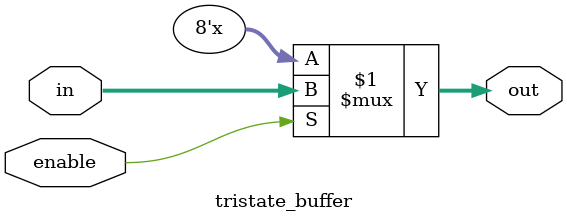
<source format=sv>
module tristate_buffer #(
    parameter WIDTH = 8
) (
    input logic [WIDTH-1:0] in,
    input logic enable,

    output logic [WIDTH-1:0] out
);

assign out = enable ? in : {WIDTH{1'bz}};
    
endmodule

</source>
